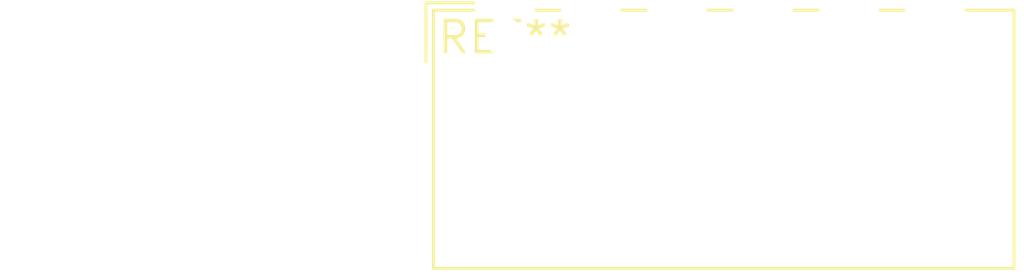
<source format=kicad_pcb>
(kicad_pcb (version 20240108) (generator pcbnew)
  (layers (0 "F.Cu" signal) (31 "B.Cu" signal) (34 "B.Paste" user) (35 "F.Paste" user) (36 "B.SilkS" user "B.Silkscreen") (37 "F.SilkS" user "F.Silkscreen") (38 "B.Mask" user) (39 "F.Mask" user) (44 "Edge.Cuts" user))
  (net 0 "")
  (footprint "Wago_734-166_1x06_P3.50mm_Horizontal" (layer "F.Cu") (at 0 0)
    (property "Reference" "REF**")
    (property "Value" "Wago_734-166_1x06_P3.50mm_Horizontal")
    (fp_line (start -3.21 -1.41) (end -1.26 -1.41) (layer "F.SilkS") (stroke (width 0.12)))
    (fp_line (start -3.21 1) (end -3.21 -1.41) (layer "F.SilkS") (stroke (width 0.12)))
    (fp_line (start -2.91 -1.11) (end -2.91 9.41) (layer "F.SilkS") (stroke (width 0.12)))
    (fp_line (start -2.91 9.41) (end 20.71 9.41) (layer "F.SilkS") (stroke (width 0.12)))
    (fp_line (start -1.26 -1.11) (end -2.91 -1.11) (layer "F.SilkS") (stroke (width 0.12)))
    (fp_line (start 1.26 -1.11) (end 2.24 -1.11) (layer "F.SilkS") (stroke (width 0.12)))
    (fp_line (start 4.76 -1.11) (end 5.74 -1.11) (layer "F.SilkS") (stroke (width 0.12)))
    (fp_line (start 8.26 -1.11) (end 9.24 -1.11) (layer "F.SilkS") (stroke (width 0.12)))
    (fp_line (start 11.76 -1.11) (end 12.74 -1.11) (layer "F.SilkS") (stroke (width 0.12)))
    (fp_line (start 15.26 -1.11) (end 16.24 -1.11) (layer "F.SilkS") (stroke (width 0.12)))
    (fp_line (start 20.71 -1.11) (end 18.76 -1.11) (layer "F.SilkS") (stroke (width 0.12)))
    (fp_line (start 20.71 9.41) (end 20.71 -1.11) (layer "F.SilkS") (stroke (width 0.12)))
    (pad "1" thru_hole roundrect (at 0 0) (size 2 2.6) (drill 1.6) (layers *.Cu *.Mask) (remove_unused_layers) (roundrect_rratio 0.125))
    (pad "2" thru_hole oval (at 3.5 0) (size 2 2.6) (drill 1.6) (layers *.Cu *.Mask) (remove_unused_layers))
    (pad "3" thru_hole oval (at 7 0) (size 2 2.6) (drill 1.6) (layers *.Cu *.Mask) (remove_unused_layers))
    (pad "4" thru_hole oval (at 10.5 0) (size 2 2.6) (drill 1.6) (layers *.Cu *.Mask) (remove_unused_layers))
    (pad "5" thru_hole oval (at 14 0) (size 2 2.6) (drill 1.6) (layers *.Cu *.Mask) (remove_unused_layers))
    (pad "6" thru_hole oval (at 17.5 0) (size 2 2.6) (drill 1.6) (layers *.Cu *.Mask) (remove_unused_layers))
  )
)
</source>
